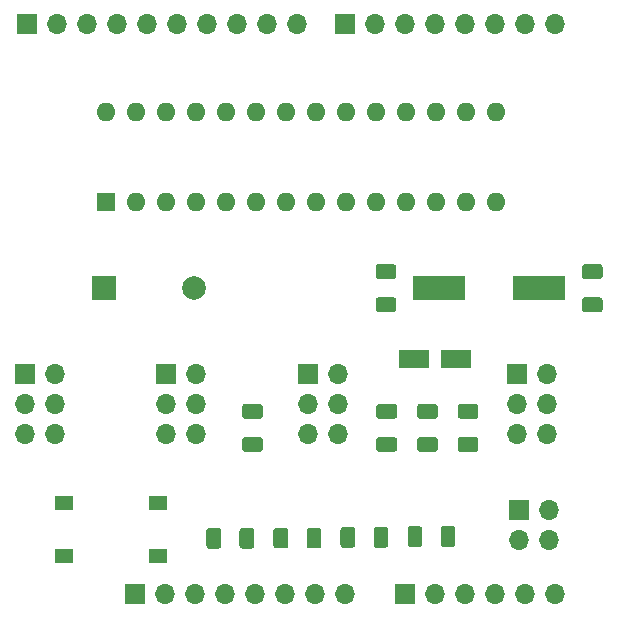
<source format=gbr>
G04 #@! TF.GenerationSoftware,KiCad,Pcbnew,(5.0.0)*
G04 #@! TF.CreationDate,2018-09-03T12:55:52-05:00*
G04 #@! TF.ProjectId,YAPS_Arduino_Shield_AVR,594150535F41726475696E6F5F536869,1.0*
G04 #@! TF.SameCoordinates,Original*
G04 #@! TF.FileFunction,Soldermask,Top*
G04 #@! TF.FilePolarity,Negative*
%FSLAX46Y46*%
G04 Gerber Fmt 4.6, Leading zero omitted, Abs format (unit mm)*
G04 Created by KiCad (PCBNEW (5.0.0)) date 09/03/18 12:55:52*
%MOMM*%
%LPD*%
G01*
G04 APERTURE LIST*
%ADD10C,0.127000*%
%ADD11C,1.250000*%
%ADD12O,1.700000X1.700000*%
%ADD13R,1.700000X1.700000*%
%ADD14R,1.550000X1.300000*%
%ADD15R,2.000000X2.000000*%
%ADD16C,2.000000*%
%ADD17R,2.600000X1.600000*%
%ADD18R,1.600000X1.600000*%
%ADD19O,1.600000X1.600000*%
%ADD20R,4.500000X2.000000*%
G04 APERTURE END LIST*
D10*
G04 #@! TO.C,D4*
G36*
X146047504Y-118214204D02*
X146071773Y-118217804D01*
X146095571Y-118223765D01*
X146118671Y-118232030D01*
X146140849Y-118242520D01*
X146161893Y-118255133D01*
X146181598Y-118269747D01*
X146199777Y-118286223D01*
X146216253Y-118304402D01*
X146230867Y-118324107D01*
X146243480Y-118345151D01*
X146253970Y-118367329D01*
X146262235Y-118390429D01*
X146268196Y-118414227D01*
X146271796Y-118438496D01*
X146273000Y-118463000D01*
X146273000Y-119713000D01*
X146271796Y-119737504D01*
X146268196Y-119761773D01*
X146262235Y-119785571D01*
X146253970Y-119808671D01*
X146243480Y-119830849D01*
X146230867Y-119851893D01*
X146216253Y-119871598D01*
X146199777Y-119889777D01*
X146181598Y-119906253D01*
X146161893Y-119920867D01*
X146140849Y-119933480D01*
X146118671Y-119943970D01*
X146095571Y-119952235D01*
X146071773Y-119958196D01*
X146047504Y-119961796D01*
X146023000Y-119963000D01*
X145273000Y-119963000D01*
X145248496Y-119961796D01*
X145224227Y-119958196D01*
X145200429Y-119952235D01*
X145177329Y-119943970D01*
X145155151Y-119933480D01*
X145134107Y-119920867D01*
X145114402Y-119906253D01*
X145096223Y-119889777D01*
X145079747Y-119871598D01*
X145065133Y-119851893D01*
X145052520Y-119830849D01*
X145042030Y-119808671D01*
X145033765Y-119785571D01*
X145027804Y-119761773D01*
X145024204Y-119737504D01*
X145023000Y-119713000D01*
X145023000Y-118463000D01*
X145024204Y-118438496D01*
X145027804Y-118414227D01*
X145033765Y-118390429D01*
X145042030Y-118367329D01*
X145052520Y-118345151D01*
X145065133Y-118324107D01*
X145079747Y-118304402D01*
X145096223Y-118286223D01*
X145114402Y-118269747D01*
X145134107Y-118255133D01*
X145155151Y-118242520D01*
X145177329Y-118232030D01*
X145200429Y-118223765D01*
X145224227Y-118217804D01*
X145248496Y-118214204D01*
X145273000Y-118213000D01*
X146023000Y-118213000D01*
X146047504Y-118214204D01*
X146047504Y-118214204D01*
G37*
D11*
X145648000Y-119088000D03*
D10*
G36*
X148847504Y-118214204D02*
X148871773Y-118217804D01*
X148895571Y-118223765D01*
X148918671Y-118232030D01*
X148940849Y-118242520D01*
X148961893Y-118255133D01*
X148981598Y-118269747D01*
X148999777Y-118286223D01*
X149016253Y-118304402D01*
X149030867Y-118324107D01*
X149043480Y-118345151D01*
X149053970Y-118367329D01*
X149062235Y-118390429D01*
X149068196Y-118414227D01*
X149071796Y-118438496D01*
X149073000Y-118463000D01*
X149073000Y-119713000D01*
X149071796Y-119737504D01*
X149068196Y-119761773D01*
X149062235Y-119785571D01*
X149053970Y-119808671D01*
X149043480Y-119830849D01*
X149030867Y-119851893D01*
X149016253Y-119871598D01*
X148999777Y-119889777D01*
X148981598Y-119906253D01*
X148961893Y-119920867D01*
X148940849Y-119933480D01*
X148918671Y-119943970D01*
X148895571Y-119952235D01*
X148871773Y-119958196D01*
X148847504Y-119961796D01*
X148823000Y-119963000D01*
X148073000Y-119963000D01*
X148048496Y-119961796D01*
X148024227Y-119958196D01*
X148000429Y-119952235D01*
X147977329Y-119943970D01*
X147955151Y-119933480D01*
X147934107Y-119920867D01*
X147914402Y-119906253D01*
X147896223Y-119889777D01*
X147879747Y-119871598D01*
X147865133Y-119851893D01*
X147852520Y-119830849D01*
X147842030Y-119808671D01*
X147833765Y-119785571D01*
X147827804Y-119761773D01*
X147824204Y-119737504D01*
X147823000Y-119713000D01*
X147823000Y-118463000D01*
X147824204Y-118438496D01*
X147827804Y-118414227D01*
X147833765Y-118390429D01*
X147842030Y-118367329D01*
X147852520Y-118345151D01*
X147865133Y-118324107D01*
X147879747Y-118304402D01*
X147896223Y-118286223D01*
X147914402Y-118269747D01*
X147934107Y-118255133D01*
X147955151Y-118242520D01*
X147977329Y-118232030D01*
X148000429Y-118223765D01*
X148024227Y-118217804D01*
X148048496Y-118214204D01*
X148073000Y-118213000D01*
X148823000Y-118213000D01*
X148847504Y-118214204D01*
X148847504Y-118214204D01*
G37*
D11*
X148448000Y-119088000D03*
G04 #@! TD*
D10*
G04 #@! TO.C,R4*
G36*
X149567504Y-107718204D02*
X149591773Y-107721804D01*
X149615571Y-107727765D01*
X149638671Y-107736030D01*
X149660849Y-107746520D01*
X149681893Y-107759133D01*
X149701598Y-107773747D01*
X149719777Y-107790223D01*
X149736253Y-107808402D01*
X149750867Y-107828107D01*
X149763480Y-107849151D01*
X149773970Y-107871329D01*
X149782235Y-107894429D01*
X149788196Y-107918227D01*
X149791796Y-107942496D01*
X149793000Y-107967000D01*
X149793000Y-108717000D01*
X149791796Y-108741504D01*
X149788196Y-108765773D01*
X149782235Y-108789571D01*
X149773970Y-108812671D01*
X149763480Y-108834849D01*
X149750867Y-108855893D01*
X149736253Y-108875598D01*
X149719777Y-108893777D01*
X149701598Y-108910253D01*
X149681893Y-108924867D01*
X149660849Y-108937480D01*
X149638671Y-108947970D01*
X149615571Y-108956235D01*
X149591773Y-108962196D01*
X149567504Y-108965796D01*
X149543000Y-108967000D01*
X148293000Y-108967000D01*
X148268496Y-108965796D01*
X148244227Y-108962196D01*
X148220429Y-108956235D01*
X148197329Y-108947970D01*
X148175151Y-108937480D01*
X148154107Y-108924867D01*
X148134402Y-108910253D01*
X148116223Y-108893777D01*
X148099747Y-108875598D01*
X148085133Y-108855893D01*
X148072520Y-108834849D01*
X148062030Y-108812671D01*
X148053765Y-108789571D01*
X148047804Y-108765773D01*
X148044204Y-108741504D01*
X148043000Y-108717000D01*
X148043000Y-107967000D01*
X148044204Y-107942496D01*
X148047804Y-107918227D01*
X148053765Y-107894429D01*
X148062030Y-107871329D01*
X148072520Y-107849151D01*
X148085133Y-107828107D01*
X148099747Y-107808402D01*
X148116223Y-107790223D01*
X148134402Y-107773747D01*
X148154107Y-107759133D01*
X148175151Y-107746520D01*
X148197329Y-107736030D01*
X148220429Y-107727765D01*
X148244227Y-107721804D01*
X148268496Y-107718204D01*
X148293000Y-107717000D01*
X149543000Y-107717000D01*
X149567504Y-107718204D01*
X149567504Y-107718204D01*
G37*
D11*
X148918000Y-108342000D03*
D10*
G36*
X149567504Y-110518204D02*
X149591773Y-110521804D01*
X149615571Y-110527765D01*
X149638671Y-110536030D01*
X149660849Y-110546520D01*
X149681893Y-110559133D01*
X149701598Y-110573747D01*
X149719777Y-110590223D01*
X149736253Y-110608402D01*
X149750867Y-110628107D01*
X149763480Y-110649151D01*
X149773970Y-110671329D01*
X149782235Y-110694429D01*
X149788196Y-110718227D01*
X149791796Y-110742496D01*
X149793000Y-110767000D01*
X149793000Y-111517000D01*
X149791796Y-111541504D01*
X149788196Y-111565773D01*
X149782235Y-111589571D01*
X149773970Y-111612671D01*
X149763480Y-111634849D01*
X149750867Y-111655893D01*
X149736253Y-111675598D01*
X149719777Y-111693777D01*
X149701598Y-111710253D01*
X149681893Y-111724867D01*
X149660849Y-111737480D01*
X149638671Y-111747970D01*
X149615571Y-111756235D01*
X149591773Y-111762196D01*
X149567504Y-111765796D01*
X149543000Y-111767000D01*
X148293000Y-111767000D01*
X148268496Y-111765796D01*
X148244227Y-111762196D01*
X148220429Y-111756235D01*
X148197329Y-111747970D01*
X148175151Y-111737480D01*
X148154107Y-111724867D01*
X148134402Y-111710253D01*
X148116223Y-111693777D01*
X148099747Y-111675598D01*
X148085133Y-111655893D01*
X148072520Y-111634849D01*
X148062030Y-111612671D01*
X148053765Y-111589571D01*
X148047804Y-111565773D01*
X148044204Y-111541504D01*
X148043000Y-111517000D01*
X148043000Y-110767000D01*
X148044204Y-110742496D01*
X148047804Y-110718227D01*
X148053765Y-110694429D01*
X148062030Y-110671329D01*
X148072520Y-110649151D01*
X148085133Y-110628107D01*
X148099747Y-110608402D01*
X148116223Y-110590223D01*
X148134402Y-110573747D01*
X148154107Y-110559133D01*
X148175151Y-110546520D01*
X148197329Y-110536030D01*
X148220429Y-110527765D01*
X148244227Y-110521804D01*
X148268496Y-110518204D01*
X148293000Y-110517000D01*
X149543000Y-110517000D01*
X149567504Y-110518204D01*
X149567504Y-110518204D01*
G37*
D11*
X148918000Y-111142000D03*
G04 #@! TD*
D12*
G04 #@! TO.C,J3*
X144183000Y-110252000D03*
X141643000Y-110252000D03*
X144183000Y-107712000D03*
X141643000Y-107712000D03*
X144183000Y-105172000D03*
D13*
X141643000Y-105172000D03*
G04 #@! TD*
G04 #@! TO.C,J2*
X129644000Y-105172000D03*
D12*
X132184000Y-105172000D03*
X129644000Y-107712000D03*
X132184000Y-107712000D03*
X129644000Y-110252000D03*
X132184000Y-110252000D03*
G04 #@! TD*
G04 #@! TO.C,J4*
X156182000Y-110252000D03*
X153642000Y-110252000D03*
X156182000Y-107712000D03*
X153642000Y-107712000D03*
X156182000Y-105172000D03*
D13*
X153642000Y-105172000D03*
G04 #@! TD*
G04 #@! TO.C,J1*
X171348000Y-105172000D03*
D12*
X173888000Y-105172000D03*
X171348000Y-107712000D03*
X173888000Y-107712000D03*
X171348000Y-110252000D03*
X173888000Y-110252000D03*
G04 #@! TD*
D14*
G04 #@! TO.C,SW1*
X140922000Y-120566000D03*
X132972000Y-120566000D03*
X140922000Y-116066000D03*
X132972000Y-116066000D03*
G04 #@! TD*
D12*
G04 #@! TO.C,P4*
X174498000Y-75565000D03*
X171958000Y-75565000D03*
X169418000Y-75565000D03*
X166878000Y-75565000D03*
X164338000Y-75565000D03*
X161798000Y-75565000D03*
X159258000Y-75565000D03*
D13*
X156718000Y-75565000D03*
G04 #@! TD*
D12*
G04 #@! TO.C,P3*
X152654000Y-75565000D03*
X150114000Y-75565000D03*
X147574000Y-75565000D03*
X145034000Y-75565000D03*
X142494000Y-75565000D03*
X139954000Y-75565000D03*
X137414000Y-75565000D03*
X134874000Y-75565000D03*
X132334000Y-75565000D03*
D13*
X129794000Y-75565000D03*
G04 #@! TD*
D12*
G04 #@! TO.C,P2*
X174498000Y-123825000D03*
X171958000Y-123825000D03*
X169418000Y-123825000D03*
X166878000Y-123825000D03*
X164338000Y-123825000D03*
D13*
X161798000Y-123825000D03*
G04 #@! TD*
D12*
G04 #@! TO.C,P1*
X156718000Y-123825000D03*
X154178000Y-123825000D03*
X151638000Y-123825000D03*
X149098000Y-123825000D03*
X146558000Y-123825000D03*
X144018000Y-123825000D03*
X141478000Y-123825000D03*
D13*
X138938000Y-123825000D03*
G04 #@! TD*
D15*
G04 #@! TO.C,BZ1*
X136375000Y-97858600D03*
D16*
X143975000Y-97858600D03*
G04 #@! TD*
D10*
G04 #@! TO.C,C1*
G36*
X160872504Y-95888104D02*
X160896773Y-95891704D01*
X160920571Y-95897665D01*
X160943671Y-95905930D01*
X160965849Y-95916420D01*
X160986893Y-95929033D01*
X161006598Y-95943647D01*
X161024777Y-95960123D01*
X161041253Y-95978302D01*
X161055867Y-95998007D01*
X161068480Y-96019051D01*
X161078970Y-96041229D01*
X161087235Y-96064329D01*
X161093196Y-96088127D01*
X161096796Y-96112396D01*
X161098000Y-96136900D01*
X161098000Y-96886900D01*
X161096796Y-96911404D01*
X161093196Y-96935673D01*
X161087235Y-96959471D01*
X161078970Y-96982571D01*
X161068480Y-97004749D01*
X161055867Y-97025793D01*
X161041253Y-97045498D01*
X161024777Y-97063677D01*
X161006598Y-97080153D01*
X160986893Y-97094767D01*
X160965849Y-97107380D01*
X160943671Y-97117870D01*
X160920571Y-97126135D01*
X160896773Y-97132096D01*
X160872504Y-97135696D01*
X160848000Y-97136900D01*
X159598000Y-97136900D01*
X159573496Y-97135696D01*
X159549227Y-97132096D01*
X159525429Y-97126135D01*
X159502329Y-97117870D01*
X159480151Y-97107380D01*
X159459107Y-97094767D01*
X159439402Y-97080153D01*
X159421223Y-97063677D01*
X159404747Y-97045498D01*
X159390133Y-97025793D01*
X159377520Y-97004749D01*
X159367030Y-96982571D01*
X159358765Y-96959471D01*
X159352804Y-96935673D01*
X159349204Y-96911404D01*
X159348000Y-96886900D01*
X159348000Y-96136900D01*
X159349204Y-96112396D01*
X159352804Y-96088127D01*
X159358765Y-96064329D01*
X159367030Y-96041229D01*
X159377520Y-96019051D01*
X159390133Y-95998007D01*
X159404747Y-95978302D01*
X159421223Y-95960123D01*
X159439402Y-95943647D01*
X159459107Y-95929033D01*
X159480151Y-95916420D01*
X159502329Y-95905930D01*
X159525429Y-95897665D01*
X159549227Y-95891704D01*
X159573496Y-95888104D01*
X159598000Y-95886900D01*
X160848000Y-95886900D01*
X160872504Y-95888104D01*
X160872504Y-95888104D01*
G37*
D11*
X160223000Y-96511900D03*
D10*
G36*
X160872504Y-98688104D02*
X160896773Y-98691704D01*
X160920571Y-98697665D01*
X160943671Y-98705930D01*
X160965849Y-98716420D01*
X160986893Y-98729033D01*
X161006598Y-98743647D01*
X161024777Y-98760123D01*
X161041253Y-98778302D01*
X161055867Y-98798007D01*
X161068480Y-98819051D01*
X161078970Y-98841229D01*
X161087235Y-98864329D01*
X161093196Y-98888127D01*
X161096796Y-98912396D01*
X161098000Y-98936900D01*
X161098000Y-99686900D01*
X161096796Y-99711404D01*
X161093196Y-99735673D01*
X161087235Y-99759471D01*
X161078970Y-99782571D01*
X161068480Y-99804749D01*
X161055867Y-99825793D01*
X161041253Y-99845498D01*
X161024777Y-99863677D01*
X161006598Y-99880153D01*
X160986893Y-99894767D01*
X160965849Y-99907380D01*
X160943671Y-99917870D01*
X160920571Y-99926135D01*
X160896773Y-99932096D01*
X160872504Y-99935696D01*
X160848000Y-99936900D01*
X159598000Y-99936900D01*
X159573496Y-99935696D01*
X159549227Y-99932096D01*
X159525429Y-99926135D01*
X159502329Y-99917870D01*
X159480151Y-99907380D01*
X159459107Y-99894767D01*
X159439402Y-99880153D01*
X159421223Y-99863677D01*
X159404747Y-99845498D01*
X159390133Y-99825793D01*
X159377520Y-99804749D01*
X159367030Y-99782571D01*
X159358765Y-99759471D01*
X159352804Y-99735673D01*
X159349204Y-99711404D01*
X159348000Y-99686900D01*
X159348000Y-98936900D01*
X159349204Y-98912396D01*
X159352804Y-98888127D01*
X159358765Y-98864329D01*
X159367030Y-98841229D01*
X159377520Y-98819051D01*
X159390133Y-98798007D01*
X159404747Y-98778302D01*
X159421223Y-98760123D01*
X159439402Y-98743647D01*
X159459107Y-98729033D01*
X159480151Y-98716420D01*
X159502329Y-98705930D01*
X159525429Y-98697665D01*
X159549227Y-98691704D01*
X159573496Y-98688104D01*
X159598000Y-98686900D01*
X160848000Y-98686900D01*
X160872504Y-98688104D01*
X160872504Y-98688104D01*
G37*
D11*
X160223000Y-99311900D03*
G04 #@! TD*
D10*
G04 #@! TO.C,C2*
G36*
X178340504Y-98688104D02*
X178364773Y-98691704D01*
X178388571Y-98697665D01*
X178411671Y-98705930D01*
X178433849Y-98716420D01*
X178454893Y-98729033D01*
X178474598Y-98743647D01*
X178492777Y-98760123D01*
X178509253Y-98778302D01*
X178523867Y-98798007D01*
X178536480Y-98819051D01*
X178546970Y-98841229D01*
X178555235Y-98864329D01*
X178561196Y-98888127D01*
X178564796Y-98912396D01*
X178566000Y-98936900D01*
X178566000Y-99686900D01*
X178564796Y-99711404D01*
X178561196Y-99735673D01*
X178555235Y-99759471D01*
X178546970Y-99782571D01*
X178536480Y-99804749D01*
X178523867Y-99825793D01*
X178509253Y-99845498D01*
X178492777Y-99863677D01*
X178474598Y-99880153D01*
X178454893Y-99894767D01*
X178433849Y-99907380D01*
X178411671Y-99917870D01*
X178388571Y-99926135D01*
X178364773Y-99932096D01*
X178340504Y-99935696D01*
X178316000Y-99936900D01*
X177066000Y-99936900D01*
X177041496Y-99935696D01*
X177017227Y-99932096D01*
X176993429Y-99926135D01*
X176970329Y-99917870D01*
X176948151Y-99907380D01*
X176927107Y-99894767D01*
X176907402Y-99880153D01*
X176889223Y-99863677D01*
X176872747Y-99845498D01*
X176858133Y-99825793D01*
X176845520Y-99804749D01*
X176835030Y-99782571D01*
X176826765Y-99759471D01*
X176820804Y-99735673D01*
X176817204Y-99711404D01*
X176816000Y-99686900D01*
X176816000Y-98936900D01*
X176817204Y-98912396D01*
X176820804Y-98888127D01*
X176826765Y-98864329D01*
X176835030Y-98841229D01*
X176845520Y-98819051D01*
X176858133Y-98798007D01*
X176872747Y-98778302D01*
X176889223Y-98760123D01*
X176907402Y-98743647D01*
X176927107Y-98729033D01*
X176948151Y-98716420D01*
X176970329Y-98705930D01*
X176993429Y-98697665D01*
X177017227Y-98691704D01*
X177041496Y-98688104D01*
X177066000Y-98686900D01*
X178316000Y-98686900D01*
X178340504Y-98688104D01*
X178340504Y-98688104D01*
G37*
D11*
X177691000Y-99311900D03*
D10*
G36*
X178340504Y-95888104D02*
X178364773Y-95891704D01*
X178388571Y-95897665D01*
X178411671Y-95905930D01*
X178433849Y-95916420D01*
X178454893Y-95929033D01*
X178474598Y-95943647D01*
X178492777Y-95960123D01*
X178509253Y-95978302D01*
X178523867Y-95998007D01*
X178536480Y-96019051D01*
X178546970Y-96041229D01*
X178555235Y-96064329D01*
X178561196Y-96088127D01*
X178564796Y-96112396D01*
X178566000Y-96136900D01*
X178566000Y-96886900D01*
X178564796Y-96911404D01*
X178561196Y-96935673D01*
X178555235Y-96959471D01*
X178546970Y-96982571D01*
X178536480Y-97004749D01*
X178523867Y-97025793D01*
X178509253Y-97045498D01*
X178492777Y-97063677D01*
X178474598Y-97080153D01*
X178454893Y-97094767D01*
X178433849Y-97107380D01*
X178411671Y-97117870D01*
X178388571Y-97126135D01*
X178364773Y-97132096D01*
X178340504Y-97135696D01*
X178316000Y-97136900D01*
X177066000Y-97136900D01*
X177041496Y-97135696D01*
X177017227Y-97132096D01*
X176993429Y-97126135D01*
X176970329Y-97117870D01*
X176948151Y-97107380D01*
X176927107Y-97094767D01*
X176907402Y-97080153D01*
X176889223Y-97063677D01*
X176872747Y-97045498D01*
X176858133Y-97025793D01*
X176845520Y-97004749D01*
X176835030Y-96982571D01*
X176826765Y-96959471D01*
X176820804Y-96935673D01*
X176817204Y-96911404D01*
X176816000Y-96886900D01*
X176816000Y-96136900D01*
X176817204Y-96112396D01*
X176820804Y-96088127D01*
X176826765Y-96064329D01*
X176835030Y-96041229D01*
X176845520Y-96019051D01*
X176858133Y-95998007D01*
X176872747Y-95978302D01*
X176889223Y-95960123D01*
X176907402Y-95943647D01*
X176927107Y-95929033D01*
X176948151Y-95916420D01*
X176970329Y-95905930D01*
X176993429Y-95897665D01*
X177017227Y-95891704D01*
X177041496Y-95888104D01*
X177066000Y-95886900D01*
X178316000Y-95886900D01*
X178340504Y-95888104D01*
X178340504Y-95888104D01*
G37*
D11*
X177691000Y-96511900D03*
G04 #@! TD*
D17*
G04 #@! TO.C,C3*
X166158000Y-103886000D03*
X162558000Y-103886000D03*
G04 #@! TD*
D10*
G04 #@! TO.C,D1*
G36*
X165875504Y-118074204D02*
X165899773Y-118077804D01*
X165923571Y-118083765D01*
X165946671Y-118092030D01*
X165968849Y-118102520D01*
X165989893Y-118115133D01*
X166009598Y-118129747D01*
X166027777Y-118146223D01*
X166044253Y-118164402D01*
X166058867Y-118184107D01*
X166071480Y-118205151D01*
X166081970Y-118227329D01*
X166090235Y-118250429D01*
X166096196Y-118274227D01*
X166099796Y-118298496D01*
X166101000Y-118323000D01*
X166101000Y-119573000D01*
X166099796Y-119597504D01*
X166096196Y-119621773D01*
X166090235Y-119645571D01*
X166081970Y-119668671D01*
X166071480Y-119690849D01*
X166058867Y-119711893D01*
X166044253Y-119731598D01*
X166027777Y-119749777D01*
X166009598Y-119766253D01*
X165989893Y-119780867D01*
X165968849Y-119793480D01*
X165946671Y-119803970D01*
X165923571Y-119812235D01*
X165899773Y-119818196D01*
X165875504Y-119821796D01*
X165851000Y-119823000D01*
X165101000Y-119823000D01*
X165076496Y-119821796D01*
X165052227Y-119818196D01*
X165028429Y-119812235D01*
X165005329Y-119803970D01*
X164983151Y-119793480D01*
X164962107Y-119780867D01*
X164942402Y-119766253D01*
X164924223Y-119749777D01*
X164907747Y-119731598D01*
X164893133Y-119711893D01*
X164880520Y-119690849D01*
X164870030Y-119668671D01*
X164861765Y-119645571D01*
X164855804Y-119621773D01*
X164852204Y-119597504D01*
X164851000Y-119573000D01*
X164851000Y-118323000D01*
X164852204Y-118298496D01*
X164855804Y-118274227D01*
X164861765Y-118250429D01*
X164870030Y-118227329D01*
X164880520Y-118205151D01*
X164893133Y-118184107D01*
X164907747Y-118164402D01*
X164924223Y-118146223D01*
X164942402Y-118129747D01*
X164962107Y-118115133D01*
X164983151Y-118102520D01*
X165005329Y-118092030D01*
X165028429Y-118083765D01*
X165052227Y-118077804D01*
X165076496Y-118074204D01*
X165101000Y-118073000D01*
X165851000Y-118073000D01*
X165875504Y-118074204D01*
X165875504Y-118074204D01*
G37*
D11*
X165476000Y-118948000D03*
D10*
G36*
X163075504Y-118074204D02*
X163099773Y-118077804D01*
X163123571Y-118083765D01*
X163146671Y-118092030D01*
X163168849Y-118102520D01*
X163189893Y-118115133D01*
X163209598Y-118129747D01*
X163227777Y-118146223D01*
X163244253Y-118164402D01*
X163258867Y-118184107D01*
X163271480Y-118205151D01*
X163281970Y-118227329D01*
X163290235Y-118250429D01*
X163296196Y-118274227D01*
X163299796Y-118298496D01*
X163301000Y-118323000D01*
X163301000Y-119573000D01*
X163299796Y-119597504D01*
X163296196Y-119621773D01*
X163290235Y-119645571D01*
X163281970Y-119668671D01*
X163271480Y-119690849D01*
X163258867Y-119711893D01*
X163244253Y-119731598D01*
X163227777Y-119749777D01*
X163209598Y-119766253D01*
X163189893Y-119780867D01*
X163168849Y-119793480D01*
X163146671Y-119803970D01*
X163123571Y-119812235D01*
X163099773Y-119818196D01*
X163075504Y-119821796D01*
X163051000Y-119823000D01*
X162301000Y-119823000D01*
X162276496Y-119821796D01*
X162252227Y-119818196D01*
X162228429Y-119812235D01*
X162205329Y-119803970D01*
X162183151Y-119793480D01*
X162162107Y-119780867D01*
X162142402Y-119766253D01*
X162124223Y-119749777D01*
X162107747Y-119731598D01*
X162093133Y-119711893D01*
X162080520Y-119690849D01*
X162070030Y-119668671D01*
X162061765Y-119645571D01*
X162055804Y-119621773D01*
X162052204Y-119597504D01*
X162051000Y-119573000D01*
X162051000Y-118323000D01*
X162052204Y-118298496D01*
X162055804Y-118274227D01*
X162061765Y-118250429D01*
X162070030Y-118227329D01*
X162080520Y-118205151D01*
X162093133Y-118184107D01*
X162107747Y-118164402D01*
X162124223Y-118146223D01*
X162142402Y-118129747D01*
X162162107Y-118115133D01*
X162183151Y-118102520D01*
X162205329Y-118092030D01*
X162228429Y-118083765D01*
X162252227Y-118077804D01*
X162276496Y-118074204D01*
X162301000Y-118073000D01*
X163051000Y-118073000D01*
X163075504Y-118074204D01*
X163075504Y-118074204D01*
G37*
D11*
X162676000Y-118948000D03*
G04 #@! TD*
D10*
G04 #@! TO.C,D2*
G36*
X157399504Y-118138204D02*
X157423773Y-118141804D01*
X157447571Y-118147765D01*
X157470671Y-118156030D01*
X157492849Y-118166520D01*
X157513893Y-118179133D01*
X157533598Y-118193747D01*
X157551777Y-118210223D01*
X157568253Y-118228402D01*
X157582867Y-118248107D01*
X157595480Y-118269151D01*
X157605970Y-118291329D01*
X157614235Y-118314429D01*
X157620196Y-118338227D01*
X157623796Y-118362496D01*
X157625000Y-118387000D01*
X157625000Y-119637000D01*
X157623796Y-119661504D01*
X157620196Y-119685773D01*
X157614235Y-119709571D01*
X157605970Y-119732671D01*
X157595480Y-119754849D01*
X157582867Y-119775893D01*
X157568253Y-119795598D01*
X157551777Y-119813777D01*
X157533598Y-119830253D01*
X157513893Y-119844867D01*
X157492849Y-119857480D01*
X157470671Y-119867970D01*
X157447571Y-119876235D01*
X157423773Y-119882196D01*
X157399504Y-119885796D01*
X157375000Y-119887000D01*
X156625000Y-119887000D01*
X156600496Y-119885796D01*
X156576227Y-119882196D01*
X156552429Y-119876235D01*
X156529329Y-119867970D01*
X156507151Y-119857480D01*
X156486107Y-119844867D01*
X156466402Y-119830253D01*
X156448223Y-119813777D01*
X156431747Y-119795598D01*
X156417133Y-119775893D01*
X156404520Y-119754849D01*
X156394030Y-119732671D01*
X156385765Y-119709571D01*
X156379804Y-119685773D01*
X156376204Y-119661504D01*
X156375000Y-119637000D01*
X156375000Y-118387000D01*
X156376204Y-118362496D01*
X156379804Y-118338227D01*
X156385765Y-118314429D01*
X156394030Y-118291329D01*
X156404520Y-118269151D01*
X156417133Y-118248107D01*
X156431747Y-118228402D01*
X156448223Y-118210223D01*
X156466402Y-118193747D01*
X156486107Y-118179133D01*
X156507151Y-118166520D01*
X156529329Y-118156030D01*
X156552429Y-118147765D01*
X156576227Y-118141804D01*
X156600496Y-118138204D01*
X156625000Y-118137000D01*
X157375000Y-118137000D01*
X157399504Y-118138204D01*
X157399504Y-118138204D01*
G37*
D11*
X157000000Y-119012000D03*
D10*
G36*
X160199504Y-118138204D02*
X160223773Y-118141804D01*
X160247571Y-118147765D01*
X160270671Y-118156030D01*
X160292849Y-118166520D01*
X160313893Y-118179133D01*
X160333598Y-118193747D01*
X160351777Y-118210223D01*
X160368253Y-118228402D01*
X160382867Y-118248107D01*
X160395480Y-118269151D01*
X160405970Y-118291329D01*
X160414235Y-118314429D01*
X160420196Y-118338227D01*
X160423796Y-118362496D01*
X160425000Y-118387000D01*
X160425000Y-119637000D01*
X160423796Y-119661504D01*
X160420196Y-119685773D01*
X160414235Y-119709571D01*
X160405970Y-119732671D01*
X160395480Y-119754849D01*
X160382867Y-119775893D01*
X160368253Y-119795598D01*
X160351777Y-119813777D01*
X160333598Y-119830253D01*
X160313893Y-119844867D01*
X160292849Y-119857480D01*
X160270671Y-119867970D01*
X160247571Y-119876235D01*
X160223773Y-119882196D01*
X160199504Y-119885796D01*
X160175000Y-119887000D01*
X159425000Y-119887000D01*
X159400496Y-119885796D01*
X159376227Y-119882196D01*
X159352429Y-119876235D01*
X159329329Y-119867970D01*
X159307151Y-119857480D01*
X159286107Y-119844867D01*
X159266402Y-119830253D01*
X159248223Y-119813777D01*
X159231747Y-119795598D01*
X159217133Y-119775893D01*
X159204520Y-119754849D01*
X159194030Y-119732671D01*
X159185765Y-119709571D01*
X159179804Y-119685773D01*
X159176204Y-119661504D01*
X159175000Y-119637000D01*
X159175000Y-118387000D01*
X159176204Y-118362496D01*
X159179804Y-118338227D01*
X159185765Y-118314429D01*
X159194030Y-118291329D01*
X159204520Y-118269151D01*
X159217133Y-118248107D01*
X159231747Y-118228402D01*
X159248223Y-118210223D01*
X159266402Y-118193747D01*
X159286107Y-118179133D01*
X159307151Y-118166520D01*
X159329329Y-118156030D01*
X159352429Y-118147765D01*
X159376227Y-118141804D01*
X159400496Y-118138204D01*
X159425000Y-118137000D01*
X160175000Y-118137000D01*
X160199504Y-118138204D01*
X160199504Y-118138204D01*
G37*
D11*
X159800000Y-119012000D03*
G04 #@! TD*
D10*
G04 #@! TO.C,D3*
G36*
X151723504Y-118201204D02*
X151747773Y-118204804D01*
X151771571Y-118210765D01*
X151794671Y-118219030D01*
X151816849Y-118229520D01*
X151837893Y-118242133D01*
X151857598Y-118256747D01*
X151875777Y-118273223D01*
X151892253Y-118291402D01*
X151906867Y-118311107D01*
X151919480Y-118332151D01*
X151929970Y-118354329D01*
X151938235Y-118377429D01*
X151944196Y-118401227D01*
X151947796Y-118425496D01*
X151949000Y-118450000D01*
X151949000Y-119700000D01*
X151947796Y-119724504D01*
X151944196Y-119748773D01*
X151938235Y-119772571D01*
X151929970Y-119795671D01*
X151919480Y-119817849D01*
X151906867Y-119838893D01*
X151892253Y-119858598D01*
X151875777Y-119876777D01*
X151857598Y-119893253D01*
X151837893Y-119907867D01*
X151816849Y-119920480D01*
X151794671Y-119930970D01*
X151771571Y-119939235D01*
X151747773Y-119945196D01*
X151723504Y-119948796D01*
X151699000Y-119950000D01*
X150949000Y-119950000D01*
X150924496Y-119948796D01*
X150900227Y-119945196D01*
X150876429Y-119939235D01*
X150853329Y-119930970D01*
X150831151Y-119920480D01*
X150810107Y-119907867D01*
X150790402Y-119893253D01*
X150772223Y-119876777D01*
X150755747Y-119858598D01*
X150741133Y-119838893D01*
X150728520Y-119817849D01*
X150718030Y-119795671D01*
X150709765Y-119772571D01*
X150703804Y-119748773D01*
X150700204Y-119724504D01*
X150699000Y-119700000D01*
X150699000Y-118450000D01*
X150700204Y-118425496D01*
X150703804Y-118401227D01*
X150709765Y-118377429D01*
X150718030Y-118354329D01*
X150728520Y-118332151D01*
X150741133Y-118311107D01*
X150755747Y-118291402D01*
X150772223Y-118273223D01*
X150790402Y-118256747D01*
X150810107Y-118242133D01*
X150831151Y-118229520D01*
X150853329Y-118219030D01*
X150876429Y-118210765D01*
X150900227Y-118204804D01*
X150924496Y-118201204D01*
X150949000Y-118200000D01*
X151699000Y-118200000D01*
X151723504Y-118201204D01*
X151723504Y-118201204D01*
G37*
D11*
X151324000Y-119075000D03*
D10*
G36*
X154523504Y-118201204D02*
X154547773Y-118204804D01*
X154571571Y-118210765D01*
X154594671Y-118219030D01*
X154616849Y-118229520D01*
X154637893Y-118242133D01*
X154657598Y-118256747D01*
X154675777Y-118273223D01*
X154692253Y-118291402D01*
X154706867Y-118311107D01*
X154719480Y-118332151D01*
X154729970Y-118354329D01*
X154738235Y-118377429D01*
X154744196Y-118401227D01*
X154747796Y-118425496D01*
X154749000Y-118450000D01*
X154749000Y-119700000D01*
X154747796Y-119724504D01*
X154744196Y-119748773D01*
X154738235Y-119772571D01*
X154729970Y-119795671D01*
X154719480Y-119817849D01*
X154706867Y-119838893D01*
X154692253Y-119858598D01*
X154675777Y-119876777D01*
X154657598Y-119893253D01*
X154637893Y-119907867D01*
X154616849Y-119920480D01*
X154594671Y-119930970D01*
X154571571Y-119939235D01*
X154547773Y-119945196D01*
X154523504Y-119948796D01*
X154499000Y-119950000D01*
X153749000Y-119950000D01*
X153724496Y-119948796D01*
X153700227Y-119945196D01*
X153676429Y-119939235D01*
X153653329Y-119930970D01*
X153631151Y-119920480D01*
X153610107Y-119907867D01*
X153590402Y-119893253D01*
X153572223Y-119876777D01*
X153555747Y-119858598D01*
X153541133Y-119838893D01*
X153528520Y-119817849D01*
X153518030Y-119795671D01*
X153509765Y-119772571D01*
X153503804Y-119748773D01*
X153500204Y-119724504D01*
X153499000Y-119700000D01*
X153499000Y-118450000D01*
X153500204Y-118425496D01*
X153503804Y-118401227D01*
X153509765Y-118377429D01*
X153518030Y-118354329D01*
X153528520Y-118332151D01*
X153541133Y-118311107D01*
X153555747Y-118291402D01*
X153572223Y-118273223D01*
X153590402Y-118256747D01*
X153610107Y-118242133D01*
X153631151Y-118229520D01*
X153653329Y-118219030D01*
X153676429Y-118210765D01*
X153700227Y-118204804D01*
X153724496Y-118201204D01*
X153749000Y-118200000D01*
X154499000Y-118200000D01*
X154523504Y-118201204D01*
X154523504Y-118201204D01*
G37*
D11*
X154124000Y-119075000D03*
G04 #@! TD*
D18*
G04 #@! TO.C,J5*
X136520000Y-90612000D03*
D19*
X169540000Y-82992000D03*
X139060000Y-90612000D03*
X167000000Y-82992000D03*
X141600000Y-90612000D03*
X164460000Y-82992000D03*
X144140000Y-90612000D03*
X161920000Y-82992000D03*
X146680000Y-90612000D03*
X159380000Y-82992000D03*
X149220000Y-90612000D03*
X156840000Y-82992000D03*
X151760000Y-90612000D03*
X154300000Y-82992000D03*
X154300000Y-90612000D03*
X151760000Y-82992000D03*
X156840000Y-90612000D03*
X149220000Y-82992000D03*
X159380000Y-90612000D03*
X146680000Y-82992000D03*
X161920000Y-90612000D03*
X144140000Y-82992000D03*
X164460000Y-90612000D03*
X141600000Y-82992000D03*
X167000000Y-90612000D03*
X139060000Y-82992000D03*
X169540000Y-90612000D03*
X136520000Y-82992000D03*
G04 #@! TD*
D13*
G04 #@! TO.C,J6*
X171478000Y-116683000D03*
D12*
X174018000Y-116683000D03*
X171478000Y-119223000D03*
X174018000Y-119223000D03*
G04 #@! TD*
D10*
G04 #@! TO.C,R1*
G36*
X160936504Y-107718204D02*
X160960773Y-107721804D01*
X160984571Y-107727765D01*
X161007671Y-107736030D01*
X161029849Y-107746520D01*
X161050893Y-107759133D01*
X161070598Y-107773747D01*
X161088777Y-107790223D01*
X161105253Y-107808402D01*
X161119867Y-107828107D01*
X161132480Y-107849151D01*
X161142970Y-107871329D01*
X161151235Y-107894429D01*
X161157196Y-107918227D01*
X161160796Y-107942496D01*
X161162000Y-107967000D01*
X161162000Y-108717000D01*
X161160796Y-108741504D01*
X161157196Y-108765773D01*
X161151235Y-108789571D01*
X161142970Y-108812671D01*
X161132480Y-108834849D01*
X161119867Y-108855893D01*
X161105253Y-108875598D01*
X161088777Y-108893777D01*
X161070598Y-108910253D01*
X161050893Y-108924867D01*
X161029849Y-108937480D01*
X161007671Y-108947970D01*
X160984571Y-108956235D01*
X160960773Y-108962196D01*
X160936504Y-108965796D01*
X160912000Y-108967000D01*
X159662000Y-108967000D01*
X159637496Y-108965796D01*
X159613227Y-108962196D01*
X159589429Y-108956235D01*
X159566329Y-108947970D01*
X159544151Y-108937480D01*
X159523107Y-108924867D01*
X159503402Y-108910253D01*
X159485223Y-108893777D01*
X159468747Y-108875598D01*
X159454133Y-108855893D01*
X159441520Y-108834849D01*
X159431030Y-108812671D01*
X159422765Y-108789571D01*
X159416804Y-108765773D01*
X159413204Y-108741504D01*
X159412000Y-108717000D01*
X159412000Y-107967000D01*
X159413204Y-107942496D01*
X159416804Y-107918227D01*
X159422765Y-107894429D01*
X159431030Y-107871329D01*
X159441520Y-107849151D01*
X159454133Y-107828107D01*
X159468747Y-107808402D01*
X159485223Y-107790223D01*
X159503402Y-107773747D01*
X159523107Y-107759133D01*
X159544151Y-107746520D01*
X159566329Y-107736030D01*
X159589429Y-107727765D01*
X159613227Y-107721804D01*
X159637496Y-107718204D01*
X159662000Y-107717000D01*
X160912000Y-107717000D01*
X160936504Y-107718204D01*
X160936504Y-107718204D01*
G37*
D11*
X160287000Y-108342000D03*
D10*
G36*
X160936504Y-110518204D02*
X160960773Y-110521804D01*
X160984571Y-110527765D01*
X161007671Y-110536030D01*
X161029849Y-110546520D01*
X161050893Y-110559133D01*
X161070598Y-110573747D01*
X161088777Y-110590223D01*
X161105253Y-110608402D01*
X161119867Y-110628107D01*
X161132480Y-110649151D01*
X161142970Y-110671329D01*
X161151235Y-110694429D01*
X161157196Y-110718227D01*
X161160796Y-110742496D01*
X161162000Y-110767000D01*
X161162000Y-111517000D01*
X161160796Y-111541504D01*
X161157196Y-111565773D01*
X161151235Y-111589571D01*
X161142970Y-111612671D01*
X161132480Y-111634849D01*
X161119867Y-111655893D01*
X161105253Y-111675598D01*
X161088777Y-111693777D01*
X161070598Y-111710253D01*
X161050893Y-111724867D01*
X161029849Y-111737480D01*
X161007671Y-111747970D01*
X160984571Y-111756235D01*
X160960773Y-111762196D01*
X160936504Y-111765796D01*
X160912000Y-111767000D01*
X159662000Y-111767000D01*
X159637496Y-111765796D01*
X159613227Y-111762196D01*
X159589429Y-111756235D01*
X159566329Y-111747970D01*
X159544151Y-111737480D01*
X159523107Y-111724867D01*
X159503402Y-111710253D01*
X159485223Y-111693777D01*
X159468747Y-111675598D01*
X159454133Y-111655893D01*
X159441520Y-111634849D01*
X159431030Y-111612671D01*
X159422765Y-111589571D01*
X159416804Y-111565773D01*
X159413204Y-111541504D01*
X159412000Y-111517000D01*
X159412000Y-110767000D01*
X159413204Y-110742496D01*
X159416804Y-110718227D01*
X159422765Y-110694429D01*
X159431030Y-110671329D01*
X159441520Y-110649151D01*
X159454133Y-110628107D01*
X159468747Y-110608402D01*
X159485223Y-110590223D01*
X159503402Y-110573747D01*
X159523107Y-110559133D01*
X159544151Y-110546520D01*
X159566329Y-110536030D01*
X159589429Y-110527765D01*
X159613227Y-110521804D01*
X159637496Y-110518204D01*
X159662000Y-110517000D01*
X160912000Y-110517000D01*
X160936504Y-110518204D01*
X160936504Y-110518204D01*
G37*
D11*
X160287000Y-111142000D03*
G04 #@! TD*
D10*
G04 #@! TO.C,R2*
G36*
X164381504Y-110518204D02*
X164405773Y-110521804D01*
X164429571Y-110527765D01*
X164452671Y-110536030D01*
X164474849Y-110546520D01*
X164495893Y-110559133D01*
X164515598Y-110573747D01*
X164533777Y-110590223D01*
X164550253Y-110608402D01*
X164564867Y-110628107D01*
X164577480Y-110649151D01*
X164587970Y-110671329D01*
X164596235Y-110694429D01*
X164602196Y-110718227D01*
X164605796Y-110742496D01*
X164607000Y-110767000D01*
X164607000Y-111517000D01*
X164605796Y-111541504D01*
X164602196Y-111565773D01*
X164596235Y-111589571D01*
X164587970Y-111612671D01*
X164577480Y-111634849D01*
X164564867Y-111655893D01*
X164550253Y-111675598D01*
X164533777Y-111693777D01*
X164515598Y-111710253D01*
X164495893Y-111724867D01*
X164474849Y-111737480D01*
X164452671Y-111747970D01*
X164429571Y-111756235D01*
X164405773Y-111762196D01*
X164381504Y-111765796D01*
X164357000Y-111767000D01*
X163107000Y-111767000D01*
X163082496Y-111765796D01*
X163058227Y-111762196D01*
X163034429Y-111756235D01*
X163011329Y-111747970D01*
X162989151Y-111737480D01*
X162968107Y-111724867D01*
X162948402Y-111710253D01*
X162930223Y-111693777D01*
X162913747Y-111675598D01*
X162899133Y-111655893D01*
X162886520Y-111634849D01*
X162876030Y-111612671D01*
X162867765Y-111589571D01*
X162861804Y-111565773D01*
X162858204Y-111541504D01*
X162857000Y-111517000D01*
X162857000Y-110767000D01*
X162858204Y-110742496D01*
X162861804Y-110718227D01*
X162867765Y-110694429D01*
X162876030Y-110671329D01*
X162886520Y-110649151D01*
X162899133Y-110628107D01*
X162913747Y-110608402D01*
X162930223Y-110590223D01*
X162948402Y-110573747D01*
X162968107Y-110559133D01*
X162989151Y-110546520D01*
X163011329Y-110536030D01*
X163034429Y-110527765D01*
X163058227Y-110521804D01*
X163082496Y-110518204D01*
X163107000Y-110517000D01*
X164357000Y-110517000D01*
X164381504Y-110518204D01*
X164381504Y-110518204D01*
G37*
D11*
X163732000Y-111142000D03*
D10*
G36*
X164381504Y-107718204D02*
X164405773Y-107721804D01*
X164429571Y-107727765D01*
X164452671Y-107736030D01*
X164474849Y-107746520D01*
X164495893Y-107759133D01*
X164515598Y-107773747D01*
X164533777Y-107790223D01*
X164550253Y-107808402D01*
X164564867Y-107828107D01*
X164577480Y-107849151D01*
X164587970Y-107871329D01*
X164596235Y-107894429D01*
X164602196Y-107918227D01*
X164605796Y-107942496D01*
X164607000Y-107967000D01*
X164607000Y-108717000D01*
X164605796Y-108741504D01*
X164602196Y-108765773D01*
X164596235Y-108789571D01*
X164587970Y-108812671D01*
X164577480Y-108834849D01*
X164564867Y-108855893D01*
X164550253Y-108875598D01*
X164533777Y-108893777D01*
X164515598Y-108910253D01*
X164495893Y-108924867D01*
X164474849Y-108937480D01*
X164452671Y-108947970D01*
X164429571Y-108956235D01*
X164405773Y-108962196D01*
X164381504Y-108965796D01*
X164357000Y-108967000D01*
X163107000Y-108967000D01*
X163082496Y-108965796D01*
X163058227Y-108962196D01*
X163034429Y-108956235D01*
X163011329Y-108947970D01*
X162989151Y-108937480D01*
X162968107Y-108924867D01*
X162948402Y-108910253D01*
X162930223Y-108893777D01*
X162913747Y-108875598D01*
X162899133Y-108855893D01*
X162886520Y-108834849D01*
X162876030Y-108812671D01*
X162867765Y-108789571D01*
X162861804Y-108765773D01*
X162858204Y-108741504D01*
X162857000Y-108717000D01*
X162857000Y-107967000D01*
X162858204Y-107942496D01*
X162861804Y-107918227D01*
X162867765Y-107894429D01*
X162876030Y-107871329D01*
X162886520Y-107849151D01*
X162899133Y-107828107D01*
X162913747Y-107808402D01*
X162930223Y-107790223D01*
X162948402Y-107773747D01*
X162968107Y-107759133D01*
X162989151Y-107746520D01*
X163011329Y-107736030D01*
X163034429Y-107727765D01*
X163058227Y-107721804D01*
X163082496Y-107718204D01*
X163107000Y-107717000D01*
X164357000Y-107717000D01*
X164381504Y-107718204D01*
X164381504Y-107718204D01*
G37*
D11*
X163732000Y-108342000D03*
G04 #@! TD*
D10*
G04 #@! TO.C,R3*
G36*
X167827504Y-107718204D02*
X167851773Y-107721804D01*
X167875571Y-107727765D01*
X167898671Y-107736030D01*
X167920849Y-107746520D01*
X167941893Y-107759133D01*
X167961598Y-107773747D01*
X167979777Y-107790223D01*
X167996253Y-107808402D01*
X168010867Y-107828107D01*
X168023480Y-107849151D01*
X168033970Y-107871329D01*
X168042235Y-107894429D01*
X168048196Y-107918227D01*
X168051796Y-107942496D01*
X168053000Y-107967000D01*
X168053000Y-108717000D01*
X168051796Y-108741504D01*
X168048196Y-108765773D01*
X168042235Y-108789571D01*
X168033970Y-108812671D01*
X168023480Y-108834849D01*
X168010867Y-108855893D01*
X167996253Y-108875598D01*
X167979777Y-108893777D01*
X167961598Y-108910253D01*
X167941893Y-108924867D01*
X167920849Y-108937480D01*
X167898671Y-108947970D01*
X167875571Y-108956235D01*
X167851773Y-108962196D01*
X167827504Y-108965796D01*
X167803000Y-108967000D01*
X166553000Y-108967000D01*
X166528496Y-108965796D01*
X166504227Y-108962196D01*
X166480429Y-108956235D01*
X166457329Y-108947970D01*
X166435151Y-108937480D01*
X166414107Y-108924867D01*
X166394402Y-108910253D01*
X166376223Y-108893777D01*
X166359747Y-108875598D01*
X166345133Y-108855893D01*
X166332520Y-108834849D01*
X166322030Y-108812671D01*
X166313765Y-108789571D01*
X166307804Y-108765773D01*
X166304204Y-108741504D01*
X166303000Y-108717000D01*
X166303000Y-107967000D01*
X166304204Y-107942496D01*
X166307804Y-107918227D01*
X166313765Y-107894429D01*
X166322030Y-107871329D01*
X166332520Y-107849151D01*
X166345133Y-107828107D01*
X166359747Y-107808402D01*
X166376223Y-107790223D01*
X166394402Y-107773747D01*
X166414107Y-107759133D01*
X166435151Y-107746520D01*
X166457329Y-107736030D01*
X166480429Y-107727765D01*
X166504227Y-107721804D01*
X166528496Y-107718204D01*
X166553000Y-107717000D01*
X167803000Y-107717000D01*
X167827504Y-107718204D01*
X167827504Y-107718204D01*
G37*
D11*
X167178000Y-108342000D03*
D10*
G36*
X167827504Y-110518204D02*
X167851773Y-110521804D01*
X167875571Y-110527765D01*
X167898671Y-110536030D01*
X167920849Y-110546520D01*
X167941893Y-110559133D01*
X167961598Y-110573747D01*
X167979777Y-110590223D01*
X167996253Y-110608402D01*
X168010867Y-110628107D01*
X168023480Y-110649151D01*
X168033970Y-110671329D01*
X168042235Y-110694429D01*
X168048196Y-110718227D01*
X168051796Y-110742496D01*
X168053000Y-110767000D01*
X168053000Y-111517000D01*
X168051796Y-111541504D01*
X168048196Y-111565773D01*
X168042235Y-111589571D01*
X168033970Y-111612671D01*
X168023480Y-111634849D01*
X168010867Y-111655893D01*
X167996253Y-111675598D01*
X167979777Y-111693777D01*
X167961598Y-111710253D01*
X167941893Y-111724867D01*
X167920849Y-111737480D01*
X167898671Y-111747970D01*
X167875571Y-111756235D01*
X167851773Y-111762196D01*
X167827504Y-111765796D01*
X167803000Y-111767000D01*
X166553000Y-111767000D01*
X166528496Y-111765796D01*
X166504227Y-111762196D01*
X166480429Y-111756235D01*
X166457329Y-111747970D01*
X166435151Y-111737480D01*
X166414107Y-111724867D01*
X166394402Y-111710253D01*
X166376223Y-111693777D01*
X166359747Y-111675598D01*
X166345133Y-111655893D01*
X166332520Y-111634849D01*
X166322030Y-111612671D01*
X166313765Y-111589571D01*
X166307804Y-111565773D01*
X166304204Y-111541504D01*
X166303000Y-111517000D01*
X166303000Y-110767000D01*
X166304204Y-110742496D01*
X166307804Y-110718227D01*
X166313765Y-110694429D01*
X166322030Y-110671329D01*
X166332520Y-110649151D01*
X166345133Y-110628107D01*
X166359747Y-110608402D01*
X166376223Y-110590223D01*
X166394402Y-110573747D01*
X166414107Y-110559133D01*
X166435151Y-110546520D01*
X166457329Y-110536030D01*
X166480429Y-110527765D01*
X166504227Y-110521804D01*
X166528496Y-110518204D01*
X166553000Y-110517000D01*
X167803000Y-110517000D01*
X167827504Y-110518204D01*
X167827504Y-110518204D01*
G37*
D11*
X167178000Y-111142000D03*
G04 #@! TD*
D20*
G04 #@! TO.C,Y1*
X164707000Y-97911900D03*
X173207000Y-97911900D03*
G04 #@! TD*
M02*

</source>
